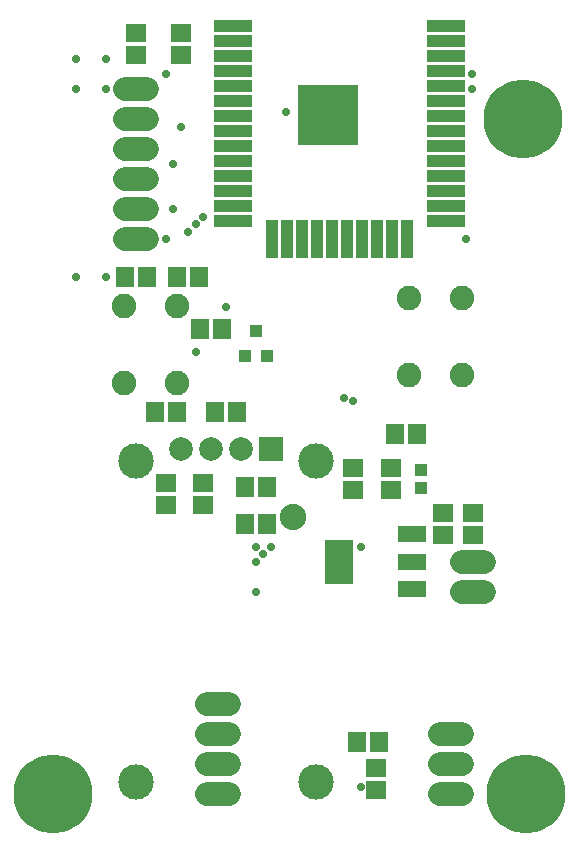
<source format=gbr>
G04 EAGLE Gerber RS-274X export*
G75*
%MOMM*%
%FSLAX34Y34*%
%LPD*%
%INSoldermask Top*%
%IPPOS*%
%AMOC8*
5,1,8,0,0,1.08239X$1,22.5*%
G01*
%ADD10C,2.235200*%
%ADD11R,1.503200X1.703200*%
%ADD12R,1.703200X1.503200*%
%ADD13R,2.438400X1.422400*%
%ADD14R,2.403200X3.803200*%
%ADD15C,2.032000*%
%ADD16R,1.003200X1.003200*%
%ADD17R,2.003200X2.003200*%
%ADD18C,2.003200*%
%ADD19C,3.003200*%
%ADD20R,1.003200X1.103200*%
%ADD21R,3.203200X1.103200*%
%ADD22R,1.103200X3.203200*%
%ADD23R,5.203200X5.203200*%
%ADD24C,2.082800*%
%ADD25C,6.683200*%
%ADD26P,0.763734X8X22.500000*%
%ADD27C,0.705600*%


D10*
X246380Y278130D03*
D11*
X224130Y303530D03*
X205130Y303530D03*
X319380Y87630D03*
X300380Y87630D03*
X224130Y271780D03*
X205130Y271780D03*
D12*
X373380Y281280D03*
X373380Y262280D03*
X398780Y281280D03*
X398780Y262280D03*
X328930Y300380D03*
X328930Y319380D03*
X297180Y300380D03*
X297180Y319380D03*
X316230Y65380D03*
X316230Y46380D03*
D13*
X347218Y216916D03*
X347218Y240030D03*
X347218Y263144D03*
D14*
X285240Y240030D03*
D15*
X389636Y240030D02*
X407924Y240030D01*
X407924Y214630D02*
X389636Y214630D01*
X122174Y513080D02*
X103886Y513080D01*
X103886Y538480D02*
X122174Y538480D01*
X122174Y563880D02*
X103886Y563880D01*
X103886Y589280D02*
X122174Y589280D01*
X122174Y614680D02*
X103886Y614680D01*
X103886Y640080D02*
X122174Y640080D01*
X370586Y93980D02*
X388874Y93980D01*
X388874Y68580D02*
X370586Y68580D01*
X370586Y43180D02*
X388874Y43180D01*
X192024Y43180D02*
X173736Y43180D01*
X173736Y68580D02*
X192024Y68580D01*
X192024Y93980D02*
X173736Y93980D01*
X173736Y119380D02*
X192024Y119380D01*
D16*
X354330Y317380D03*
X354330Y302380D03*
D17*
X227330Y335280D03*
D18*
X201930Y335280D03*
X176530Y335280D03*
X151130Y335280D03*
D19*
X265430Y325120D03*
X113030Y325120D03*
X113030Y53340D03*
X265430Y53340D03*
D20*
X205130Y414180D03*
X224130Y414180D03*
X214630Y435180D03*
D11*
X332130Y347980D03*
X351130Y347980D03*
X198730Y367030D03*
X179730Y367030D03*
X147930Y367030D03*
X128930Y367030D03*
D12*
X138430Y287680D03*
X138430Y306680D03*
D11*
X167030Y436880D03*
X186030Y436880D03*
D12*
X170180Y306680D03*
X170180Y287680D03*
D21*
X195580Y528080D03*
X375580Y528080D03*
D22*
X228430Y513080D03*
X241130Y513080D03*
X253830Y513080D03*
X266530Y513080D03*
X279230Y513080D03*
X291930Y513080D03*
X304630Y513080D03*
X317330Y513080D03*
X330030Y513080D03*
X342730Y513080D03*
D21*
X195580Y540780D03*
X195580Y553480D03*
X195580Y566180D03*
X195580Y578880D03*
X195580Y591580D03*
X195580Y604280D03*
X195580Y616980D03*
X195580Y629680D03*
X195580Y642380D03*
X195580Y655080D03*
X195580Y667780D03*
X195580Y680480D03*
X195580Y693180D03*
X375580Y540780D03*
X375580Y553480D03*
X375580Y566180D03*
X375580Y578880D03*
X375580Y591580D03*
X375580Y604280D03*
X375580Y616980D03*
X375580Y629680D03*
X375580Y642380D03*
X375580Y655080D03*
X375580Y667780D03*
X375580Y680480D03*
X375580Y693180D03*
D23*
X275580Y618080D03*
D12*
X151130Y668680D03*
X151130Y687680D03*
X113030Y668680D03*
X113030Y687680D03*
D11*
X147980Y481330D03*
X166980Y481330D03*
X103530Y481330D03*
X122530Y481330D03*
D24*
X148336Y456692D03*
X148336Y391668D03*
X103124Y456692D03*
X103124Y391668D03*
X389636Y463042D03*
X389636Y398018D03*
X344424Y463042D03*
X344424Y398018D03*
D25*
X43180Y43180D03*
X443230Y43180D03*
X440690Y614680D03*
D26*
X303530Y252730D03*
X227330Y252730D03*
X303530Y49530D03*
X240030Y621030D03*
X87630Y481330D03*
X87630Y640080D03*
X87630Y665480D03*
X62230Y665480D03*
X62230Y640080D03*
X62230Y481330D03*
X220980Y246380D03*
X289560Y378460D03*
X297180Y375920D03*
X170180Y532130D03*
X214630Y214630D03*
X214630Y252730D03*
X214630Y240030D03*
X189230Y455930D03*
X163830Y525780D03*
X163830Y417830D03*
X157480Y519430D03*
X144780Y538480D03*
X392430Y513080D03*
D27*
X144780Y576580D03*
X397510Y652780D03*
X151130Y608330D03*
X397510Y640080D03*
D26*
X138430Y513080D03*
X138430Y652780D03*
X259080Y640080D03*
X284480Y640080D03*
X297180Y640080D03*
X265430Y633730D03*
X278130Y633730D03*
X290830Y633730D03*
X259080Y627380D03*
X271780Y627380D03*
X284480Y627380D03*
X297180Y627380D03*
X290830Y621030D03*
X284480Y614680D03*
X265430Y608330D03*
X278130Y608330D03*
X290830Y608330D03*
X297180Y601980D03*
X284480Y601980D03*
X271780Y601980D03*
X259080Y601980D03*
M02*

</source>
